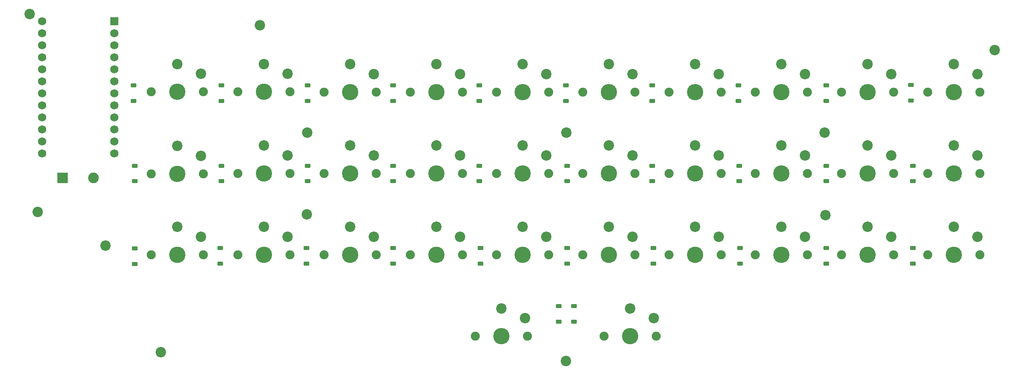
<source format=gbr>
%TF.GenerationSoftware,KiCad,Pcbnew,8.0.6*%
%TF.CreationDate,2025-04-17T08:46:25+02:00*%
%TF.ProjectId,KYBR_ORTHO,4b594252-5f4f-4525-9448-4f2e6b696361,rev?*%
%TF.SameCoordinates,Original*%
%TF.FileFunction,Soldermask,Top*%
%TF.FilePolarity,Negative*%
%FSLAX46Y46*%
G04 Gerber Fmt 4.6, Leading zero omitted, Abs format (unit mm)*
G04 Created by KiCad (PCBNEW 8.0.6) date 2025-04-17 08:46:25*
%MOMM*%
%LPD*%
G01*
G04 APERTURE LIST*
G04 Aperture macros list*
%AMRoundRect*
0 Rectangle with rounded corners*
0 $1 Rounding radius*
0 $2 $3 $4 $5 $6 $7 $8 $9 X,Y pos of 4 corners*
0 Add a 4 corners polygon primitive as box body*
4,1,4,$2,$3,$4,$5,$6,$7,$8,$9,$2,$3,0*
0 Add four circle primitives for the rounded corners*
1,1,$1+$1,$2,$3*
1,1,$1+$1,$4,$5*
1,1,$1+$1,$6,$7*
1,1,$1+$1,$8,$9*
0 Add four rect primitives between the rounded corners*
20,1,$1+$1,$2,$3,$4,$5,0*
20,1,$1+$1,$4,$5,$6,$7,0*
20,1,$1+$1,$6,$7,$8,$9,0*
20,1,$1+$1,$8,$9,$2,$3,0*%
G04 Aperture macros list end*
%ADD10C,1.900000*%
%ADD11C,3.450000*%
%ADD12C,2.200000*%
%ADD13R,2.250000X2.250000*%
%ADD14C,2.250000*%
%ADD15RoundRect,0.225000X0.375000X-0.225000X0.375000X0.225000X-0.375000X0.225000X-0.375000X-0.225000X0*%
%ADD16RoundRect,0.225000X-0.375000X0.225000X-0.375000X-0.225000X0.375000X-0.225000X0.375000X0.225000X0*%
%ADD17R,1.752600X1.752600*%
%ADD18C,1.752600*%
G04 APERTURE END LIST*
D10*
%TO.C,S20*%
X245400000Y-84000000D03*
D11*
X250900000Y-84000000D03*
D10*
X256400000Y-84000000D03*
D12*
X250900000Y-78100000D03*
X255900000Y-80200000D03*
%TD*%
D13*
%TO.C,SW1*%
X62750000Y-84900000D03*
D14*
X69250000Y-84900000D03*
%TD*%
D15*
%TO.C,D14*%
X150750000Y-85650000D03*
X150750000Y-82350000D03*
%TD*%
D10*
%TO.C,S24*%
X136200000Y-101200000D03*
D11*
X141700000Y-101200000D03*
D10*
X147200000Y-101200000D03*
D12*
X141700000Y-95300000D03*
X146700000Y-97400000D03*
%TD*%
D15*
%TO.C,D4*%
X96250000Y-85650000D03*
X96250000Y-82350000D03*
%TD*%
D10*
%TO.C,S14*%
X136200000Y-84000000D03*
D11*
X141700000Y-84000000D03*
D10*
X147200000Y-84000000D03*
D12*
X141700000Y-78100000D03*
X146700000Y-80200000D03*
%TD*%
%TO.C,REF\u002A\u002A*%
X169000000Y-123600000D03*
%TD*%
%TO.C,REF\u002A\u002A*%
X114300000Y-92600000D03*
%TD*%
D15*
%TO.C,D12*%
X132500000Y-103050000D03*
X132500000Y-99750000D03*
%TD*%
%TO.C,D21*%
X224000000Y-68650000D03*
X224000000Y-65350000D03*
%TD*%
%TO.C,D10*%
X132500000Y-68650000D03*
X132500000Y-65350000D03*
%TD*%
%TO.C,D11*%
X132500000Y-85650000D03*
X132500000Y-82350000D03*
%TD*%
D10*
%TO.C,S22*%
X99750000Y-101200000D03*
D11*
X105250000Y-101200000D03*
D10*
X110750000Y-101200000D03*
D12*
X105250000Y-95300000D03*
X110250000Y-97400000D03*
%TD*%
D15*
%TO.C,D24*%
X205600000Y-85650000D03*
X205600000Y-82350000D03*
%TD*%
D10*
%TO.C,S13*%
X118000000Y-84000000D03*
D11*
X123500000Y-84000000D03*
D10*
X129000000Y-84000000D03*
D12*
X123500000Y-78100000D03*
X128500000Y-80200000D03*
%TD*%
D15*
%TO.C,D22*%
X241800000Y-68550000D03*
X241800000Y-65250000D03*
%TD*%
%TO.C,D3*%
X78000000Y-85650000D03*
X78000000Y-82350000D03*
%TD*%
D10*
%TO.C,S4*%
X136200000Y-66800000D03*
D11*
X141700000Y-66800000D03*
D10*
X147200000Y-66800000D03*
D12*
X141700000Y-60900000D03*
X146700000Y-63000000D03*
%TD*%
D10*
%TO.C,S2*%
X99750000Y-66750000D03*
D11*
X105250000Y-66750000D03*
D10*
X110750000Y-66750000D03*
D12*
X105250000Y-60850000D03*
X110250000Y-62950000D03*
%TD*%
D10*
%TO.C,S23*%
X118000000Y-101200000D03*
D11*
X123500000Y-101200000D03*
D10*
X129000000Y-101200000D03*
D12*
X123500000Y-95300000D03*
X128500000Y-97400000D03*
%TD*%
D10*
%TO.C,S30*%
X245400000Y-101200000D03*
D11*
X250900000Y-101200000D03*
D10*
X256400000Y-101200000D03*
D12*
X250900000Y-95300000D03*
X255900000Y-97400000D03*
%TD*%
D10*
%TO.C,S32*%
X177100000Y-118400000D03*
D11*
X182600000Y-118400000D03*
D10*
X188100000Y-118400000D03*
D12*
X182600000Y-112500000D03*
X187600000Y-114600000D03*
%TD*%
D10*
%TO.C,S18*%
X209000000Y-84000000D03*
D11*
X214500000Y-84000000D03*
D10*
X220000000Y-84000000D03*
D12*
X214500000Y-78100000D03*
X219500000Y-80200000D03*
%TD*%
D15*
%TO.C,D20*%
X205400000Y-68650000D03*
X205400000Y-65350000D03*
%TD*%
D12*
%TO.C,REF\u002A\u002A*%
X223600000Y-75400000D03*
%TD*%
D15*
%TO.C,D25*%
X224000000Y-85650000D03*
X224000000Y-82350000D03*
%TD*%
D10*
%TO.C,S26*%
X172600000Y-101200000D03*
D11*
X178100000Y-101200000D03*
D10*
X183600000Y-101200000D03*
D12*
X178100000Y-95300000D03*
X183100000Y-97400000D03*
%TD*%
D10*
%TO.C,S11*%
X81500000Y-84050000D03*
D11*
X87000000Y-84050000D03*
D10*
X92500000Y-84050000D03*
D12*
X87000000Y-78150000D03*
X92000000Y-80250000D03*
%TD*%
D10*
%TO.C,S21*%
X81500000Y-101200000D03*
D11*
X87000000Y-101200000D03*
D10*
X92500000Y-101200000D03*
D12*
X87000000Y-95300000D03*
X92000000Y-97400000D03*
%TD*%
D10*
%TO.C,S10*%
X245400000Y-66800000D03*
D11*
X250900000Y-66800000D03*
D10*
X256400000Y-66800000D03*
D12*
X250900000Y-60900000D03*
X255900000Y-63000000D03*
%TD*%
%TO.C,REF\u002A\u002A*%
X114400000Y-75400000D03*
%TD*%
D16*
%TO.C,D31*%
X167500000Y-112000000D03*
X167500000Y-115300000D03*
%TD*%
D12*
%TO.C,REF\u002A\u002A*%
X57500000Y-92100000D03*
%TD*%
%TO.C,REF\u002A\u002A*%
X83500000Y-121800000D03*
%TD*%
%TO.C,REF\u002A\u002A*%
X169100000Y-75400000D03*
%TD*%
D10*
%TO.C,S25*%
X154400000Y-101200000D03*
D11*
X159900000Y-101200000D03*
D10*
X165400000Y-101200000D03*
D12*
X159900000Y-95300000D03*
X164900000Y-97400000D03*
%TD*%
D10*
%TO.C,S17*%
X190800000Y-84000000D03*
D11*
X196300000Y-84000000D03*
D10*
X201800000Y-84000000D03*
D12*
X196300000Y-78100000D03*
X201300000Y-80200000D03*
%TD*%
D10*
%TO.C,S9*%
X227200000Y-66800000D03*
D11*
X232700000Y-66800000D03*
D10*
X238200000Y-66800000D03*
D12*
X232700000Y-60900000D03*
X237700000Y-63000000D03*
%TD*%
D15*
%TO.C,D28*%
X224000000Y-103050000D03*
X224000000Y-99750000D03*
%TD*%
D10*
%TO.C,S7*%
X190800000Y-66800000D03*
D11*
X196300000Y-66800000D03*
D10*
X201800000Y-66800000D03*
D12*
X196300000Y-60900000D03*
X201300000Y-63000000D03*
%TD*%
D15*
%TO.C,D9*%
X114250000Y-103050000D03*
X114250000Y-99750000D03*
%TD*%
%TO.C,D18*%
X169250000Y-103050000D03*
X169250000Y-99750000D03*
%TD*%
%TO.C,D7*%
X114500000Y-68650000D03*
X114500000Y-65350000D03*
%TD*%
D10*
%TO.C,S29*%
X227200000Y-101200000D03*
D11*
X232700000Y-101200000D03*
D10*
X238200000Y-101200000D03*
D12*
X232700000Y-95300000D03*
X237700000Y-97400000D03*
%TD*%
%TO.C,REF\u002A\u002A*%
X259500000Y-57900000D03*
%TD*%
D10*
%TO.C,S31*%
X149900000Y-118400000D03*
D11*
X155400000Y-118400000D03*
D10*
X160900000Y-118400000D03*
D12*
X155400000Y-112500000D03*
X160400000Y-114600000D03*
%TD*%
D10*
%TO.C,S15*%
X154400000Y-84000000D03*
D11*
X159900000Y-84000000D03*
D10*
X165400000Y-84000000D03*
D12*
X159900000Y-78100000D03*
X164900000Y-80200000D03*
%TD*%
D15*
%TO.C,D8*%
X114500000Y-85650000D03*
X114500000Y-82350000D03*
%TD*%
%TO.C,D16*%
X169000000Y-68650000D03*
X169000000Y-65350000D03*
%TD*%
D10*
%TO.C,S8*%
X209000000Y-66800000D03*
D11*
X214500000Y-66800000D03*
D10*
X220000000Y-66800000D03*
D12*
X214500000Y-60900000D03*
X219500000Y-63000000D03*
%TD*%
D15*
%TO.C,D30*%
X187500000Y-103050000D03*
X187500000Y-99750000D03*
%TD*%
%TO.C,D19*%
X187250000Y-68650000D03*
X187250000Y-65350000D03*
%TD*%
D12*
%TO.C,REF\u002A\u002A*%
X223800000Y-92800000D03*
%TD*%
D10*
%TO.C,S5*%
X154400000Y-66800000D03*
D11*
X159900000Y-66800000D03*
D10*
X165400000Y-66800000D03*
D12*
X159900000Y-60900000D03*
X164900000Y-63000000D03*
%TD*%
D10*
%TO.C,S19*%
X227200000Y-84000000D03*
D11*
X232700000Y-84000000D03*
D10*
X238200000Y-84000000D03*
D12*
X232700000Y-78100000D03*
X237700000Y-80200000D03*
%TD*%
D15*
%TO.C,D26*%
X242250000Y-85650000D03*
X242250000Y-82350000D03*
%TD*%
D10*
%TO.C,S27*%
X190800000Y-101200000D03*
D11*
X196300000Y-101200000D03*
D10*
X201800000Y-101200000D03*
D12*
X196300000Y-95300000D03*
X201300000Y-97400000D03*
%TD*%
D10*
%TO.C,S3*%
X118000000Y-66800000D03*
D11*
X123500000Y-66800000D03*
D10*
X129000000Y-66800000D03*
D12*
X123500000Y-60900000D03*
X128500000Y-63000000D03*
%TD*%
D10*
%TO.C,S12*%
X99750000Y-84000000D03*
D11*
X105250000Y-84000000D03*
D10*
X110750000Y-84000000D03*
D12*
X105250000Y-78100000D03*
X110250000Y-80200000D03*
%TD*%
D10*
%TO.C,S16*%
X172600000Y-84000000D03*
D11*
X178100000Y-84000000D03*
D10*
X183600000Y-84000000D03*
D12*
X178100000Y-78100000D03*
X183100000Y-80200000D03*
%TD*%
D15*
%TO.C,D23*%
X187250000Y-85650000D03*
X187250000Y-82350000D03*
%TD*%
%TO.C,D17*%
X169250000Y-85650000D03*
X169250000Y-82350000D03*
%TD*%
D12*
%TO.C,REF\u002A\u002A*%
X71800000Y-99200000D03*
%TD*%
D15*
%TO.C,D15*%
X151000000Y-103050000D03*
X151000000Y-99750000D03*
%TD*%
%TO.C,D13*%
X150750000Y-68650000D03*
X150750000Y-65350000D03*
%TD*%
%TO.C,D1*%
X77750000Y-68650000D03*
X77750000Y-65350000D03*
%TD*%
D12*
%TO.C,REF\u002A\u002A*%
X104400000Y-52700000D03*
%TD*%
D15*
%TO.C,D29*%
X205750000Y-103050000D03*
X205750000Y-99750000D03*
%TD*%
D10*
%TO.C,S1*%
X81500000Y-66750000D03*
D11*
X87000000Y-66750000D03*
D10*
X92500000Y-66750000D03*
D12*
X87000000Y-60850000D03*
X92000000Y-62950000D03*
%TD*%
D10*
%TO.C,S6*%
X172600000Y-66800000D03*
D11*
X178100000Y-66800000D03*
D10*
X183600000Y-66800000D03*
D12*
X178100000Y-60900000D03*
X183100000Y-63000000D03*
%TD*%
D15*
%TO.C,D5*%
X78000000Y-103150000D03*
X78000000Y-99850000D03*
%TD*%
%TO.C,D27*%
X242250000Y-103050000D03*
X242250000Y-99750000D03*
%TD*%
D10*
%TO.C,S28*%
X209000000Y-101200000D03*
D11*
X214500000Y-101200000D03*
D10*
X220000000Y-101200000D03*
D12*
X214500000Y-95300000D03*
X219500000Y-97400000D03*
%TD*%
%TO.C,REF\u002A\u002A*%
X55800000Y-50300000D03*
%TD*%
D15*
%TO.C,D2*%
X96250000Y-68650000D03*
X96250000Y-65350000D03*
%TD*%
%TO.C,D6*%
X96000000Y-103050000D03*
X96000000Y-99750000D03*
%TD*%
D16*
%TO.C,D32*%
X170750000Y-112000000D03*
X170750000Y-115300000D03*
%TD*%
D17*
%TO.C,U1*%
X73720000Y-51830000D03*
D18*
X73720000Y-54370000D03*
X73720000Y-56910000D03*
X73720000Y-59450000D03*
X73720000Y-61990000D03*
X73720000Y-64530000D03*
X73720000Y-67070000D03*
X73720000Y-69610000D03*
X73720000Y-72150000D03*
X73720000Y-74690000D03*
X73720000Y-77230000D03*
X73720000Y-79770000D03*
X58480000Y-79770000D03*
X58480000Y-77230000D03*
X58480000Y-74690000D03*
X58480000Y-72150000D03*
X58480000Y-69610000D03*
X58480000Y-67070000D03*
X58480000Y-64530000D03*
X58480000Y-61990000D03*
X58480000Y-59450000D03*
X58480000Y-56910000D03*
X58480000Y-54370000D03*
X58480000Y-51830000D03*
%TD*%
M02*

</source>
